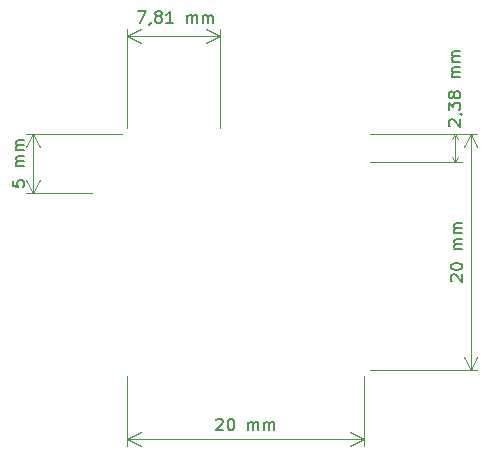
<source format=gbr>
%TF.GenerationSoftware,KiCad,Pcbnew,9.0.0*%
%TF.CreationDate,2025-02-25T16:03:33+01:00*%
%TF.ProjectId,2_In_6_Out,325f496e-5f36-45f4-9f75-742e6b696361,0*%
%TF.SameCoordinates,Original*%
%TF.FileFunction,Other,User*%
%FSLAX46Y46*%
G04 Gerber Fmt 4.6, Leading zero omitted, Abs format (unit mm)*
G04 Created by KiCad (PCBNEW 9.0.0) date 2025-02-25 16:03:33*
%MOMM*%
%LPD*%
G01*
G04 APERTURE LIST*
%ADD10C,0.150000*%
%ADD11C,0.100000*%
G04 APERTURE END LIST*
D10*
X116596307Y-63226189D02*
X116548688Y-63178570D01*
X116548688Y-63178570D02*
X116501069Y-63083332D01*
X116501069Y-63083332D02*
X116501069Y-62845237D01*
X116501069Y-62845237D02*
X116548688Y-62749999D01*
X116548688Y-62749999D02*
X116596307Y-62702380D01*
X116596307Y-62702380D02*
X116691545Y-62654761D01*
X116691545Y-62654761D02*
X116786783Y-62654761D01*
X116786783Y-62654761D02*
X116929640Y-62702380D01*
X116929640Y-62702380D02*
X117501069Y-63273808D01*
X117501069Y-63273808D02*
X117501069Y-62654761D01*
X116501069Y-62035713D02*
X116501069Y-61940475D01*
X116501069Y-61940475D02*
X116548688Y-61845237D01*
X116548688Y-61845237D02*
X116596307Y-61797618D01*
X116596307Y-61797618D02*
X116691545Y-61749999D01*
X116691545Y-61749999D02*
X116882021Y-61702380D01*
X116882021Y-61702380D02*
X117120116Y-61702380D01*
X117120116Y-61702380D02*
X117310592Y-61749999D01*
X117310592Y-61749999D02*
X117405830Y-61797618D01*
X117405830Y-61797618D02*
X117453450Y-61845237D01*
X117453450Y-61845237D02*
X117501069Y-61940475D01*
X117501069Y-61940475D02*
X117501069Y-62035713D01*
X117501069Y-62035713D02*
X117453450Y-62130951D01*
X117453450Y-62130951D02*
X117405830Y-62178570D01*
X117405830Y-62178570D02*
X117310592Y-62226189D01*
X117310592Y-62226189D02*
X117120116Y-62273808D01*
X117120116Y-62273808D02*
X116882021Y-62273808D01*
X116882021Y-62273808D02*
X116691545Y-62226189D01*
X116691545Y-62226189D02*
X116596307Y-62178570D01*
X116596307Y-62178570D02*
X116548688Y-62130951D01*
X116548688Y-62130951D02*
X116501069Y-62035713D01*
X117501069Y-60511903D02*
X116834402Y-60511903D01*
X116929640Y-60511903D02*
X116882021Y-60464284D01*
X116882021Y-60464284D02*
X116834402Y-60369046D01*
X116834402Y-60369046D02*
X116834402Y-60226189D01*
X116834402Y-60226189D02*
X116882021Y-60130951D01*
X116882021Y-60130951D02*
X116977259Y-60083332D01*
X116977259Y-60083332D02*
X117501069Y-60083332D01*
X116977259Y-60083332D02*
X116882021Y-60035713D01*
X116882021Y-60035713D02*
X116834402Y-59940475D01*
X116834402Y-59940475D02*
X116834402Y-59797618D01*
X116834402Y-59797618D02*
X116882021Y-59702379D01*
X116882021Y-59702379D02*
X116977259Y-59654760D01*
X116977259Y-59654760D02*
X117501069Y-59654760D01*
X117501069Y-59178570D02*
X116834402Y-59178570D01*
X116929640Y-59178570D02*
X116882021Y-59130951D01*
X116882021Y-59130951D02*
X116834402Y-59035713D01*
X116834402Y-59035713D02*
X116834402Y-58892856D01*
X116834402Y-58892856D02*
X116882021Y-58797618D01*
X116882021Y-58797618D02*
X116977259Y-58749999D01*
X116977259Y-58749999D02*
X117501069Y-58749999D01*
X116977259Y-58749999D02*
X116882021Y-58702380D01*
X116882021Y-58702380D02*
X116834402Y-58607142D01*
X116834402Y-58607142D02*
X116834402Y-58464285D01*
X116834402Y-58464285D02*
X116882021Y-58369046D01*
X116882021Y-58369046D02*
X116977259Y-58321427D01*
X116977259Y-58321427D02*
X117501069Y-58321427D01*
D11*
X109646250Y-50750000D02*
X118782670Y-50750000D01*
X109646250Y-70750000D02*
X118782670Y-70750000D01*
X118196250Y-50750000D02*
X118196250Y-70750000D01*
X118196250Y-50750000D02*
X118196250Y-70750000D01*
X118196250Y-50750000D02*
X118782671Y-51876504D01*
X118196250Y-50750000D02*
X117609829Y-51876504D01*
X118196250Y-70750000D02*
X117609829Y-69623496D01*
X118196250Y-70750000D02*
X118782671Y-69623496D01*
X118196250Y-50750000D02*
X118196250Y-70750000D01*
X118196250Y-50750000D02*
X118196250Y-70750000D01*
X118196250Y-50750000D02*
X118782671Y-51876504D01*
X118196250Y-50750000D02*
X117609829Y-51876504D01*
X118196250Y-70750000D02*
X117609829Y-69623496D01*
X118196250Y-70750000D02*
X118782671Y-69623496D01*
D10*
X96670060Y-74950057D02*
X96717679Y-74902438D01*
X96717679Y-74902438D02*
X96812917Y-74854819D01*
X96812917Y-74854819D02*
X97051012Y-74854819D01*
X97051012Y-74854819D02*
X97146250Y-74902438D01*
X97146250Y-74902438D02*
X97193869Y-74950057D01*
X97193869Y-74950057D02*
X97241488Y-75045295D01*
X97241488Y-75045295D02*
X97241488Y-75140533D01*
X97241488Y-75140533D02*
X97193869Y-75283390D01*
X97193869Y-75283390D02*
X96622441Y-75854819D01*
X96622441Y-75854819D02*
X97241488Y-75854819D01*
X97860536Y-74854819D02*
X97955774Y-74854819D01*
X97955774Y-74854819D02*
X98051012Y-74902438D01*
X98051012Y-74902438D02*
X98098631Y-74950057D01*
X98098631Y-74950057D02*
X98146250Y-75045295D01*
X98146250Y-75045295D02*
X98193869Y-75235771D01*
X98193869Y-75235771D02*
X98193869Y-75473866D01*
X98193869Y-75473866D02*
X98146250Y-75664342D01*
X98146250Y-75664342D02*
X98098631Y-75759580D01*
X98098631Y-75759580D02*
X98051012Y-75807200D01*
X98051012Y-75807200D02*
X97955774Y-75854819D01*
X97955774Y-75854819D02*
X97860536Y-75854819D01*
X97860536Y-75854819D02*
X97765298Y-75807200D01*
X97765298Y-75807200D02*
X97717679Y-75759580D01*
X97717679Y-75759580D02*
X97670060Y-75664342D01*
X97670060Y-75664342D02*
X97622441Y-75473866D01*
X97622441Y-75473866D02*
X97622441Y-75235771D01*
X97622441Y-75235771D02*
X97670060Y-75045295D01*
X97670060Y-75045295D02*
X97717679Y-74950057D01*
X97717679Y-74950057D02*
X97765298Y-74902438D01*
X97765298Y-74902438D02*
X97860536Y-74854819D01*
X99384346Y-75854819D02*
X99384346Y-75188152D01*
X99384346Y-75283390D02*
X99431965Y-75235771D01*
X99431965Y-75235771D02*
X99527203Y-75188152D01*
X99527203Y-75188152D02*
X99670060Y-75188152D01*
X99670060Y-75188152D02*
X99765298Y-75235771D01*
X99765298Y-75235771D02*
X99812917Y-75331009D01*
X99812917Y-75331009D02*
X99812917Y-75854819D01*
X99812917Y-75331009D02*
X99860536Y-75235771D01*
X99860536Y-75235771D02*
X99955774Y-75188152D01*
X99955774Y-75188152D02*
X100098631Y-75188152D01*
X100098631Y-75188152D02*
X100193870Y-75235771D01*
X100193870Y-75235771D02*
X100241489Y-75331009D01*
X100241489Y-75331009D02*
X100241489Y-75854819D01*
X100717679Y-75854819D02*
X100717679Y-75188152D01*
X100717679Y-75283390D02*
X100765298Y-75235771D01*
X100765298Y-75235771D02*
X100860536Y-75188152D01*
X100860536Y-75188152D02*
X101003393Y-75188152D01*
X101003393Y-75188152D02*
X101098631Y-75235771D01*
X101098631Y-75235771D02*
X101146250Y-75331009D01*
X101146250Y-75331009D02*
X101146250Y-75854819D01*
X101146250Y-75331009D02*
X101193869Y-75235771D01*
X101193869Y-75235771D02*
X101289107Y-75188152D01*
X101289107Y-75188152D02*
X101431964Y-75188152D01*
X101431964Y-75188152D02*
X101527203Y-75235771D01*
X101527203Y-75235771D02*
X101574822Y-75331009D01*
X101574822Y-75331009D02*
X101574822Y-75854819D01*
D11*
X89146250Y-71250000D02*
X89146250Y-77136420D01*
X109146250Y-71250000D02*
X109146250Y-77136420D01*
X89146250Y-76550000D02*
X109146250Y-76550000D01*
X89146250Y-76550000D02*
X109146250Y-76550000D01*
X89146250Y-76550000D02*
X90272754Y-75963579D01*
X89146250Y-76550000D02*
X90272754Y-77136421D01*
X109146250Y-76550000D02*
X108019746Y-77136421D01*
X109146250Y-76550000D02*
X108019746Y-75963579D01*
X89146250Y-76550000D02*
X109146250Y-76550000D01*
X89146250Y-76550000D02*
X109146250Y-76550000D01*
X89146250Y-76550000D02*
X90272754Y-75963579D01*
X89146250Y-76550000D02*
X90272754Y-77136421D01*
X109146250Y-76550000D02*
X108019746Y-77136421D01*
X109146250Y-76550000D02*
X108019746Y-75963579D01*
D10*
X90011905Y-40364819D02*
X90678571Y-40364819D01*
X90678571Y-40364819D02*
X90250000Y-41364819D01*
X91107143Y-41317200D02*
X91107143Y-41364819D01*
X91107143Y-41364819D02*
X91059524Y-41460057D01*
X91059524Y-41460057D02*
X91011905Y-41507676D01*
X91678571Y-40793390D02*
X91583333Y-40745771D01*
X91583333Y-40745771D02*
X91535714Y-40698152D01*
X91535714Y-40698152D02*
X91488095Y-40602914D01*
X91488095Y-40602914D02*
X91488095Y-40555295D01*
X91488095Y-40555295D02*
X91535714Y-40460057D01*
X91535714Y-40460057D02*
X91583333Y-40412438D01*
X91583333Y-40412438D02*
X91678571Y-40364819D01*
X91678571Y-40364819D02*
X91869047Y-40364819D01*
X91869047Y-40364819D02*
X91964285Y-40412438D01*
X91964285Y-40412438D02*
X92011904Y-40460057D01*
X92011904Y-40460057D02*
X92059523Y-40555295D01*
X92059523Y-40555295D02*
X92059523Y-40602914D01*
X92059523Y-40602914D02*
X92011904Y-40698152D01*
X92011904Y-40698152D02*
X91964285Y-40745771D01*
X91964285Y-40745771D02*
X91869047Y-40793390D01*
X91869047Y-40793390D02*
X91678571Y-40793390D01*
X91678571Y-40793390D02*
X91583333Y-40841009D01*
X91583333Y-40841009D02*
X91535714Y-40888628D01*
X91535714Y-40888628D02*
X91488095Y-40983866D01*
X91488095Y-40983866D02*
X91488095Y-41174342D01*
X91488095Y-41174342D02*
X91535714Y-41269580D01*
X91535714Y-41269580D02*
X91583333Y-41317200D01*
X91583333Y-41317200D02*
X91678571Y-41364819D01*
X91678571Y-41364819D02*
X91869047Y-41364819D01*
X91869047Y-41364819D02*
X91964285Y-41317200D01*
X91964285Y-41317200D02*
X92011904Y-41269580D01*
X92011904Y-41269580D02*
X92059523Y-41174342D01*
X92059523Y-41174342D02*
X92059523Y-40983866D01*
X92059523Y-40983866D02*
X92011904Y-40888628D01*
X92011904Y-40888628D02*
X91964285Y-40841009D01*
X91964285Y-40841009D02*
X91869047Y-40793390D01*
X93011904Y-41364819D02*
X92440476Y-41364819D01*
X92726190Y-41364819D02*
X92726190Y-40364819D01*
X92726190Y-40364819D02*
X92630952Y-40507676D01*
X92630952Y-40507676D02*
X92535714Y-40602914D01*
X92535714Y-40602914D02*
X92440476Y-40650533D01*
X94202381Y-41364819D02*
X94202381Y-40698152D01*
X94202381Y-40793390D02*
X94250000Y-40745771D01*
X94250000Y-40745771D02*
X94345238Y-40698152D01*
X94345238Y-40698152D02*
X94488095Y-40698152D01*
X94488095Y-40698152D02*
X94583333Y-40745771D01*
X94583333Y-40745771D02*
X94630952Y-40841009D01*
X94630952Y-40841009D02*
X94630952Y-41364819D01*
X94630952Y-40841009D02*
X94678571Y-40745771D01*
X94678571Y-40745771D02*
X94773809Y-40698152D01*
X94773809Y-40698152D02*
X94916666Y-40698152D01*
X94916666Y-40698152D02*
X95011905Y-40745771D01*
X95011905Y-40745771D02*
X95059524Y-40841009D01*
X95059524Y-40841009D02*
X95059524Y-41364819D01*
X95535714Y-41364819D02*
X95535714Y-40698152D01*
X95535714Y-40793390D02*
X95583333Y-40745771D01*
X95583333Y-40745771D02*
X95678571Y-40698152D01*
X95678571Y-40698152D02*
X95821428Y-40698152D01*
X95821428Y-40698152D02*
X95916666Y-40745771D01*
X95916666Y-40745771D02*
X95964285Y-40841009D01*
X95964285Y-40841009D02*
X95964285Y-41364819D01*
X95964285Y-40841009D02*
X96011904Y-40745771D01*
X96011904Y-40745771D02*
X96107142Y-40698152D01*
X96107142Y-40698152D02*
X96249999Y-40698152D01*
X96249999Y-40698152D02*
X96345238Y-40745771D01*
X96345238Y-40745771D02*
X96392857Y-40841009D01*
X96392857Y-40841009D02*
X96392857Y-41364819D01*
D11*
X89146250Y-50250000D02*
X89146250Y-41893580D01*
X96956250Y-41893580D02*
X96956250Y-50250000D01*
X89146250Y-42480000D02*
X96956250Y-42480000D01*
X89146250Y-42480000D02*
X96956250Y-42480000D01*
X89146250Y-42480000D02*
X90272754Y-41893579D01*
X89146250Y-42480000D02*
X90272754Y-43066421D01*
X96956250Y-42480000D02*
X95829746Y-43066421D01*
X96956250Y-42480000D02*
X95829746Y-41893579D01*
X89146250Y-42480000D02*
X96956250Y-42480000D01*
X89146250Y-42480000D02*
X96956250Y-42480000D01*
X89146250Y-42480000D02*
X90272754Y-41893579D01*
X89146250Y-42480000D02*
X90272754Y-43066421D01*
X96956250Y-42480000D02*
X95829746Y-43066421D01*
X96956250Y-42480000D02*
X95829746Y-41893579D01*
D10*
X116430057Y-50100475D02*
X116382438Y-50052856D01*
X116382438Y-50052856D02*
X116334819Y-49957618D01*
X116334819Y-49957618D02*
X116334819Y-49719523D01*
X116334819Y-49719523D02*
X116382438Y-49624285D01*
X116382438Y-49624285D02*
X116430057Y-49576666D01*
X116430057Y-49576666D02*
X116525295Y-49529047D01*
X116525295Y-49529047D02*
X116620533Y-49529047D01*
X116620533Y-49529047D02*
X116763390Y-49576666D01*
X116763390Y-49576666D02*
X117334819Y-50148094D01*
X117334819Y-50148094D02*
X117334819Y-49529047D01*
X117287200Y-49052856D02*
X117334819Y-49052856D01*
X117334819Y-49052856D02*
X117430057Y-49100475D01*
X117430057Y-49100475D02*
X117477676Y-49148094D01*
X116334819Y-48719523D02*
X116334819Y-48100476D01*
X116334819Y-48100476D02*
X116715771Y-48433809D01*
X116715771Y-48433809D02*
X116715771Y-48290952D01*
X116715771Y-48290952D02*
X116763390Y-48195714D01*
X116763390Y-48195714D02*
X116811009Y-48148095D01*
X116811009Y-48148095D02*
X116906247Y-48100476D01*
X116906247Y-48100476D02*
X117144342Y-48100476D01*
X117144342Y-48100476D02*
X117239580Y-48148095D01*
X117239580Y-48148095D02*
X117287200Y-48195714D01*
X117287200Y-48195714D02*
X117334819Y-48290952D01*
X117334819Y-48290952D02*
X117334819Y-48576666D01*
X117334819Y-48576666D02*
X117287200Y-48671904D01*
X117287200Y-48671904D02*
X117239580Y-48719523D01*
X116763390Y-47529047D02*
X116715771Y-47624285D01*
X116715771Y-47624285D02*
X116668152Y-47671904D01*
X116668152Y-47671904D02*
X116572914Y-47719523D01*
X116572914Y-47719523D02*
X116525295Y-47719523D01*
X116525295Y-47719523D02*
X116430057Y-47671904D01*
X116430057Y-47671904D02*
X116382438Y-47624285D01*
X116382438Y-47624285D02*
X116334819Y-47529047D01*
X116334819Y-47529047D02*
X116334819Y-47338571D01*
X116334819Y-47338571D02*
X116382438Y-47243333D01*
X116382438Y-47243333D02*
X116430057Y-47195714D01*
X116430057Y-47195714D02*
X116525295Y-47148095D01*
X116525295Y-47148095D02*
X116572914Y-47148095D01*
X116572914Y-47148095D02*
X116668152Y-47195714D01*
X116668152Y-47195714D02*
X116715771Y-47243333D01*
X116715771Y-47243333D02*
X116763390Y-47338571D01*
X116763390Y-47338571D02*
X116763390Y-47529047D01*
X116763390Y-47529047D02*
X116811009Y-47624285D01*
X116811009Y-47624285D02*
X116858628Y-47671904D01*
X116858628Y-47671904D02*
X116953866Y-47719523D01*
X116953866Y-47719523D02*
X117144342Y-47719523D01*
X117144342Y-47719523D02*
X117239580Y-47671904D01*
X117239580Y-47671904D02*
X117287200Y-47624285D01*
X117287200Y-47624285D02*
X117334819Y-47529047D01*
X117334819Y-47529047D02*
X117334819Y-47338571D01*
X117334819Y-47338571D02*
X117287200Y-47243333D01*
X117287200Y-47243333D02*
X117239580Y-47195714D01*
X117239580Y-47195714D02*
X117144342Y-47148095D01*
X117144342Y-47148095D02*
X116953866Y-47148095D01*
X116953866Y-47148095D02*
X116858628Y-47195714D01*
X116858628Y-47195714D02*
X116811009Y-47243333D01*
X116811009Y-47243333D02*
X116763390Y-47338571D01*
X117334819Y-45957618D02*
X116668152Y-45957618D01*
X116763390Y-45957618D02*
X116715771Y-45909999D01*
X116715771Y-45909999D02*
X116668152Y-45814761D01*
X116668152Y-45814761D02*
X116668152Y-45671904D01*
X116668152Y-45671904D02*
X116715771Y-45576666D01*
X116715771Y-45576666D02*
X116811009Y-45529047D01*
X116811009Y-45529047D02*
X117334819Y-45529047D01*
X116811009Y-45529047D02*
X116715771Y-45481428D01*
X116715771Y-45481428D02*
X116668152Y-45386190D01*
X116668152Y-45386190D02*
X116668152Y-45243333D01*
X116668152Y-45243333D02*
X116715771Y-45148094D01*
X116715771Y-45148094D02*
X116811009Y-45100475D01*
X116811009Y-45100475D02*
X117334819Y-45100475D01*
X117334819Y-44624285D02*
X116668152Y-44624285D01*
X116763390Y-44624285D02*
X116715771Y-44576666D01*
X116715771Y-44576666D02*
X116668152Y-44481428D01*
X116668152Y-44481428D02*
X116668152Y-44338571D01*
X116668152Y-44338571D02*
X116715771Y-44243333D01*
X116715771Y-44243333D02*
X116811009Y-44195714D01*
X116811009Y-44195714D02*
X117334819Y-44195714D01*
X116811009Y-44195714D02*
X116715771Y-44148095D01*
X116715771Y-44148095D02*
X116668152Y-44052857D01*
X116668152Y-44052857D02*
X116668152Y-43910000D01*
X116668152Y-43910000D02*
X116715771Y-43814761D01*
X116715771Y-43814761D02*
X116811009Y-43767142D01*
X116811009Y-43767142D02*
X117334819Y-43767142D01*
D11*
X109646250Y-50750000D02*
X117466420Y-50750000D01*
X117466420Y-53130000D02*
X109646250Y-53130000D01*
X116880000Y-50915952D02*
X116880000Y-53130000D01*
X116880000Y-50750000D02*
X117110874Y-51193505D01*
X116880000Y-50750000D02*
X116649126Y-51193505D01*
X116880000Y-53130000D02*
X116649126Y-52686495D01*
X116880000Y-53130000D02*
X117110874Y-52686495D01*
X116880000Y-50915952D02*
X116880000Y-53130000D01*
X116880000Y-50750000D02*
X117110874Y-51193505D01*
X116880000Y-50750000D02*
X116649126Y-51193505D01*
X116880000Y-53130000D02*
X116649126Y-52686495D01*
X116880000Y-53130000D02*
X117110874Y-52686495D01*
D10*
X79421069Y-54726190D02*
X79421069Y-55202380D01*
X79421069Y-55202380D02*
X79897259Y-55249999D01*
X79897259Y-55249999D02*
X79849640Y-55202380D01*
X79849640Y-55202380D02*
X79802021Y-55107142D01*
X79802021Y-55107142D02*
X79802021Y-54869047D01*
X79802021Y-54869047D02*
X79849640Y-54773809D01*
X79849640Y-54773809D02*
X79897259Y-54726190D01*
X79897259Y-54726190D02*
X79992497Y-54678571D01*
X79992497Y-54678571D02*
X80230592Y-54678571D01*
X80230592Y-54678571D02*
X80325830Y-54726190D01*
X80325830Y-54726190D02*
X80373450Y-54773809D01*
X80373450Y-54773809D02*
X80421069Y-54869047D01*
X80421069Y-54869047D02*
X80421069Y-55107142D01*
X80421069Y-55107142D02*
X80373450Y-55202380D01*
X80373450Y-55202380D02*
X80325830Y-55249999D01*
X80421069Y-53488094D02*
X79754402Y-53488094D01*
X79849640Y-53488094D02*
X79802021Y-53440475D01*
X79802021Y-53440475D02*
X79754402Y-53345237D01*
X79754402Y-53345237D02*
X79754402Y-53202380D01*
X79754402Y-53202380D02*
X79802021Y-53107142D01*
X79802021Y-53107142D02*
X79897259Y-53059523D01*
X79897259Y-53059523D02*
X80421069Y-53059523D01*
X79897259Y-53059523D02*
X79802021Y-53011904D01*
X79802021Y-53011904D02*
X79754402Y-52916666D01*
X79754402Y-52916666D02*
X79754402Y-52773809D01*
X79754402Y-52773809D02*
X79802021Y-52678570D01*
X79802021Y-52678570D02*
X79897259Y-52630951D01*
X79897259Y-52630951D02*
X80421069Y-52630951D01*
X80421069Y-52154761D02*
X79754402Y-52154761D01*
X79849640Y-52154761D02*
X79802021Y-52107142D01*
X79802021Y-52107142D02*
X79754402Y-52011904D01*
X79754402Y-52011904D02*
X79754402Y-51869047D01*
X79754402Y-51869047D02*
X79802021Y-51773809D01*
X79802021Y-51773809D02*
X79897259Y-51726190D01*
X79897259Y-51726190D02*
X80421069Y-51726190D01*
X79897259Y-51726190D02*
X79802021Y-51678571D01*
X79802021Y-51678571D02*
X79754402Y-51583333D01*
X79754402Y-51583333D02*
X79754402Y-51440476D01*
X79754402Y-51440476D02*
X79802021Y-51345237D01*
X79802021Y-51345237D02*
X79897259Y-51297618D01*
X79897259Y-51297618D02*
X80421069Y-51297618D01*
D11*
X88646250Y-50750000D02*
X80529830Y-50750000D01*
X80529830Y-55750000D02*
X86146250Y-55750000D01*
X81116250Y-50750000D02*
X81116250Y-55750000D01*
X81116250Y-50750000D02*
X81116250Y-55750000D01*
X81116250Y-50750000D02*
X81702671Y-51876504D01*
X81116250Y-50750000D02*
X80529829Y-51876504D01*
X81116250Y-55750000D02*
X80529829Y-54623496D01*
X81116250Y-55750000D02*
X81702671Y-54623496D01*
X81116250Y-50750000D02*
X81116250Y-55750000D01*
X81116250Y-50750000D02*
X81116250Y-55750000D01*
X81116250Y-50750000D02*
X81702671Y-51876504D01*
X81116250Y-50750000D02*
X80529829Y-51876504D01*
X81116250Y-55750000D02*
X80529829Y-54623496D01*
X81116250Y-55750000D02*
X81702671Y-54623496D01*
M02*

</source>
